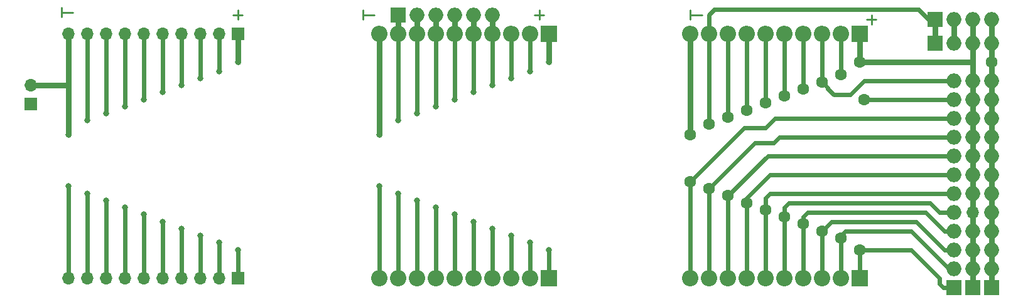
<source format=gbr>
G04 #@! TF.GenerationSoftware,KiCad,Pcbnew,(5.1.8)-1*
G04 #@! TF.CreationDate,2020-11-11T23:30:57+03:00*
G04 #@! TF.ProjectId,h3xSv2,68337853-7632-42e6-9b69-6361645f7063,rev?*
G04 #@! TF.SameCoordinates,Original*
G04 #@! TF.FileFunction,Copper,L2,Bot*
G04 #@! TF.FilePolarity,Positive*
%FSLAX46Y46*%
G04 Gerber Fmt 4.6, Leading zero omitted, Abs format (unit mm)*
G04 Created by KiCad (PCBNEW (5.1.8)-1) date 2020-11-11 23:30:57*
%MOMM*%
%LPD*%
G01*
G04 APERTURE LIST*
G04 #@! TA.AperFunction,ComponentPad*
%ADD10R,2.200000X2.200000*%
G04 #@! TD*
G04 #@! TA.AperFunction,ComponentPad*
%ADD11O,2.200000X2.200000*%
G04 #@! TD*
G04 #@! TA.AperFunction,ComponentPad*
%ADD12O,2.000000X2.000000*%
G04 #@! TD*
G04 #@! TA.AperFunction,ComponentPad*
%ADD13R,2.000000X2.000000*%
G04 #@! TD*
G04 #@! TA.AperFunction,ComponentPad*
%ADD14O,1.700000X1.700000*%
G04 #@! TD*
G04 #@! TA.AperFunction,ComponentPad*
%ADD15R,1.700000X1.700000*%
G04 #@! TD*
G04 #@! TA.AperFunction,ViaPad*
%ADD16C,1.600000*%
G04 #@! TD*
G04 #@! TA.AperFunction,ViaPad*
%ADD17C,0.800000*%
G04 #@! TD*
G04 #@! TA.AperFunction,Conductor*
%ADD18C,0.250000*%
G04 #@! TD*
G04 #@! TA.AperFunction,Conductor*
%ADD19C,0.800000*%
G04 #@! TD*
G04 #@! TA.AperFunction,Conductor*
%ADD20C,0.600000*%
G04 #@! TD*
G04 APERTURE END LIST*
D10*
X110490000Y-27940000D03*
D11*
X107950000Y-27940000D03*
X105410000Y-27940000D03*
X102870000Y-27940000D03*
X100330000Y-27940000D03*
X97790000Y-27940000D03*
X95250000Y-27940000D03*
X92710000Y-27940000D03*
X90170000Y-27940000D03*
X87630000Y-27940000D03*
X87630000Y-60960000D03*
X90170000Y-60960000D03*
X92710000Y-60960000D03*
X95250000Y-60960000D03*
X97790000Y-60960000D03*
X100330000Y-60960000D03*
X102870000Y-60960000D03*
X105410000Y-60960000D03*
X107950000Y-60960000D03*
D10*
X110490000Y-60960000D03*
X152400000Y-27940000D03*
D11*
X149860000Y-27940000D03*
X147320000Y-27940000D03*
X144780000Y-27940000D03*
X142240000Y-27940000D03*
X139700000Y-27940000D03*
X137160000Y-27940000D03*
X134620000Y-27940000D03*
X132080000Y-27940000D03*
X129540000Y-27940000D03*
X129540000Y-60960000D03*
X132080000Y-60960000D03*
X134620000Y-60960000D03*
X137160000Y-60960000D03*
X139700000Y-60960000D03*
X142240000Y-60960000D03*
X144780000Y-60960000D03*
X147320000Y-60960000D03*
X149860000Y-60960000D03*
D10*
X152400000Y-60960000D03*
D12*
X170180000Y-29210000D03*
X167640000Y-29210000D03*
X165100000Y-29210000D03*
D13*
X162560000Y-29210000D03*
X162560000Y-26035000D03*
D12*
X165100000Y-26035000D03*
X167640000Y-26035000D03*
X170180000Y-26035000D03*
D13*
X165100000Y-62230000D03*
D12*
X165100000Y-59690000D03*
X165100000Y-57150000D03*
X165100000Y-54610000D03*
X165100000Y-52070000D03*
X165100000Y-49530000D03*
X165100000Y-46990000D03*
X165100000Y-44450000D03*
X165100000Y-41910000D03*
X165100000Y-39370000D03*
X165100000Y-36830000D03*
X165100000Y-34290000D03*
D13*
X167640000Y-62230000D03*
D12*
X167640000Y-59690000D03*
X167640000Y-57150000D03*
X167640000Y-54610000D03*
D14*
X167640000Y-52070000D03*
D12*
X167640000Y-49530000D03*
X167640000Y-46990000D03*
X167640000Y-44450000D03*
X167640000Y-41910000D03*
X167640000Y-39370000D03*
X167640000Y-36830000D03*
X167640000Y-34290000D03*
X170180000Y-34290000D03*
X170180000Y-36830000D03*
X170180000Y-39370000D03*
X170180000Y-41910000D03*
X170180000Y-44450000D03*
X170180000Y-46990000D03*
X170180000Y-49530000D03*
X170180000Y-52070000D03*
X170180000Y-54610000D03*
X170180000Y-57150000D03*
X170180000Y-59690000D03*
D13*
X170180000Y-62230000D03*
D15*
X40640000Y-37465000D03*
D14*
X40640000Y-34925000D03*
D13*
X90170000Y-25400000D03*
D12*
X92710000Y-25400000D03*
X95250000Y-25400000D03*
X97790000Y-25400000D03*
X100330000Y-25400000D03*
X102870000Y-25400000D03*
D14*
X45720000Y-27940000D03*
X48260000Y-27940000D03*
X50800000Y-27940000D03*
X53340000Y-27940000D03*
X55880000Y-27940000D03*
X58420000Y-27940000D03*
X60960000Y-27940000D03*
X63500000Y-27940000D03*
X66040000Y-27940000D03*
D15*
X68580000Y-27940000D03*
X68580000Y-60960000D03*
D14*
X66040000Y-60960000D03*
X63500000Y-60960000D03*
X60960000Y-60960000D03*
X58420000Y-60960000D03*
X55880000Y-60960000D03*
X53340000Y-60960000D03*
X50800000Y-60960000D03*
X48260000Y-60960000D03*
X45720000Y-60960000D03*
D16*
X152400000Y-31750000D03*
D17*
X68580000Y-31750000D03*
X110490000Y-31750000D03*
D16*
X149860000Y-33496250D03*
X153035000Y-36830000D03*
D17*
X66040000Y-33020000D03*
X107950000Y-33020000D03*
D16*
X147320000Y-34448750D03*
D17*
X63500000Y-33972500D03*
X105410000Y-33972500D03*
D16*
X144780000Y-35401250D03*
D17*
X60960000Y-34925000D03*
X102870000Y-34925000D03*
D16*
X142240000Y-36353750D03*
D17*
X58420000Y-35877500D03*
X100330000Y-35877500D03*
D16*
X139700000Y-37306250D03*
D17*
X55880000Y-36830000D03*
X97790000Y-36830000D03*
D16*
X137160000Y-38258750D03*
D17*
X53340000Y-37782500D03*
X95250000Y-37782500D03*
D16*
X134620000Y-39211250D03*
D17*
X50800000Y-38735000D03*
X92710000Y-38735000D03*
D16*
X132080000Y-40163750D03*
D17*
X48260000Y-39687500D03*
X90170000Y-39687500D03*
D16*
X129540000Y-41592500D03*
X170180000Y-31750000D03*
D17*
X45720000Y-41592500D03*
X87630000Y-41592500D03*
D16*
X129540000Y-47942500D03*
D17*
X87630000Y-48577500D03*
X45720000Y-48577500D03*
D16*
X132080000Y-48895000D03*
D17*
X90170000Y-49530000D03*
X48260000Y-49530000D03*
D16*
X134620000Y-49847500D03*
D17*
X92710000Y-50482500D03*
X50800000Y-50482500D03*
D16*
X137160000Y-50800000D03*
D17*
X95250000Y-51435000D03*
X53340000Y-51435000D03*
D16*
X139700000Y-51752500D03*
D17*
X97790000Y-52387500D03*
X55880000Y-52387500D03*
D16*
X142240000Y-52705000D03*
D17*
X100330000Y-53340000D03*
X58420000Y-53340000D03*
D16*
X144780000Y-53657500D03*
D17*
X102870000Y-54292500D03*
X60960000Y-54292500D03*
D16*
X147320000Y-54610000D03*
D17*
X105410000Y-55245000D03*
X63500000Y-55245000D03*
D16*
X149860000Y-55562500D03*
D17*
X107950000Y-56197500D03*
X66040000Y-56197500D03*
D16*
X152400000Y-57150000D03*
D17*
X110490000Y-57150000D03*
X68580000Y-57150000D03*
D18*
X86995000Y-25400000D02*
X85407500Y-25400000D01*
X85407500Y-24765000D02*
X85407500Y-26035000D01*
X109220000Y-26035000D02*
X109220000Y-24765000D01*
X109855000Y-25400000D02*
X108585000Y-25400000D01*
X44767500Y-24447500D02*
X44767500Y-25717500D01*
X46355000Y-25082500D02*
X44767500Y-25082500D01*
X68580000Y-26035000D02*
X68580000Y-24765000D01*
X69215000Y-25400000D02*
X67945000Y-25400000D01*
X153987500Y-26670000D02*
X153987500Y-25400000D01*
X154622500Y-26035000D02*
X153352500Y-26035000D01*
X129540000Y-24765000D02*
X129540000Y-26035000D01*
X131127500Y-25400000D02*
X129540000Y-25400000D01*
D19*
X110490000Y-31750000D02*
X110490000Y-31750000D01*
X152400000Y-27940000D02*
X152400000Y-31750000D01*
D20*
X167322500Y-31750000D02*
X167640000Y-32067500D01*
D19*
X152400000Y-31750000D02*
X167322500Y-31750000D01*
X167640000Y-26035000D02*
X167640000Y-32067500D01*
X167640000Y-32067500D02*
X167640000Y-62230000D01*
X68580000Y-31750000D02*
X68580000Y-27940000D01*
X110490000Y-31750000D02*
X110490000Y-27940000D01*
D20*
X149860000Y-33496250D02*
X149860000Y-27940000D01*
X153035000Y-36830000D02*
X165100000Y-36830000D01*
X66040000Y-33020000D02*
X66040000Y-27940000D01*
X107950000Y-27940000D02*
X107950000Y-33020000D01*
X147320000Y-27940000D02*
X147320000Y-34448750D01*
X148119999Y-35248749D02*
X147320000Y-34448750D01*
X153035000Y-34290000D02*
X151130000Y-36195000D01*
X165100000Y-34290000D02*
X153035000Y-34290000D01*
X148119999Y-35407499D02*
X148907500Y-36195000D01*
X148119999Y-35248749D02*
X148119999Y-35407499D01*
X151130000Y-36195000D02*
X148907500Y-36195000D01*
X63500000Y-33972500D02*
X63500000Y-27940000D01*
X105410000Y-27940000D02*
X105410000Y-33972500D01*
D19*
X102870000Y-27940000D02*
X102870000Y-25400000D01*
D20*
X144780000Y-27940000D02*
X144780000Y-35401250D01*
X60960000Y-34925000D02*
X60960000Y-27940000D01*
X102870000Y-27940000D02*
X102870000Y-34925000D01*
D19*
X100330000Y-27940000D02*
X100330000Y-25400000D01*
D20*
X142240000Y-27940000D02*
X142240000Y-36353750D01*
X58420000Y-35877500D02*
X58420000Y-27940000D01*
X100330000Y-27940000D02*
X100330000Y-35877500D01*
D19*
X97790000Y-27940000D02*
X97790000Y-25400000D01*
D20*
X139700000Y-37306250D02*
X139700000Y-27940000D01*
X55880000Y-36830000D02*
X55880000Y-27940000D01*
X97790000Y-27940000D02*
X97790000Y-36830000D01*
D19*
X95250000Y-27940000D02*
X95250000Y-25400000D01*
D20*
X137160000Y-38258750D02*
X137160000Y-27940000D01*
X53340000Y-37782500D02*
X53340000Y-27940000D01*
X95250000Y-27940000D02*
X95250000Y-37782500D01*
D19*
X92710000Y-27940000D02*
X92710000Y-25400000D01*
D20*
X134620000Y-38079880D02*
X134620000Y-27940000D01*
X134620000Y-39211250D02*
X134620000Y-38079880D01*
D19*
X165100000Y-26035000D02*
X165100000Y-29210000D01*
D20*
X50800000Y-38735000D02*
X50800000Y-27940000D01*
X92710000Y-27940000D02*
X92710000Y-38735000D01*
D19*
X90170000Y-27940000D02*
X90170000Y-25400000D01*
D20*
X132080000Y-27940000D02*
X132080000Y-40163750D01*
D19*
X162560000Y-26035000D02*
X162560000Y-29210000D01*
D20*
X132080000Y-25400000D02*
X132080000Y-27940000D01*
X132774990Y-24705010D02*
X132080000Y-25400000D01*
X160377510Y-24705010D02*
X132774990Y-24705010D01*
X162560000Y-26035000D02*
X161607500Y-26035000D01*
X161607500Y-26035000D02*
X160377510Y-24705010D01*
X48260000Y-27940000D02*
X48260000Y-39687500D01*
X90170000Y-27940000D02*
X90170000Y-39687500D01*
D19*
X170180000Y-26035000D02*
X170180000Y-62230000D01*
X129540000Y-27940000D02*
X129540000Y-29142081D01*
X129540000Y-29142081D02*
X129540000Y-41592500D01*
X87630000Y-27940000D02*
X87630000Y-41592500D01*
X45720000Y-34925000D02*
X40640000Y-34925000D01*
X45720000Y-27940000D02*
X45720000Y-34925000D01*
X45720000Y-34925000D02*
X45720000Y-41592500D01*
D20*
X129540000Y-60960000D02*
X129540000Y-47942500D01*
X136842500Y-40640000D02*
X129540000Y-47942500D01*
X139700000Y-40640000D02*
X136842500Y-40640000D01*
X165100000Y-39370000D02*
X140970000Y-39370000D01*
X140970000Y-39370000D02*
X139700000Y-40640000D01*
X45720000Y-48577500D02*
X45720000Y-60960000D01*
X87630000Y-48577500D02*
X87630000Y-60960000D01*
X132080000Y-60960000D02*
X132080000Y-48895000D01*
X165100000Y-41910000D02*
X141605000Y-41910000D01*
X132879999Y-48095001D02*
X132080000Y-48895000D01*
X138264992Y-42710008D02*
X132879999Y-48095001D01*
X140804992Y-42710008D02*
X138264992Y-42710008D01*
X141605000Y-41910000D02*
X140804992Y-42710008D01*
X48260000Y-49530000D02*
X48260000Y-60960000D01*
X90170000Y-49530000D02*
X90170000Y-60960000D01*
X134620000Y-60960000D02*
X134620000Y-49847500D01*
X140017500Y-44450000D02*
X134620000Y-49847500D01*
X165100000Y-44450000D02*
X140017500Y-44450000D01*
X50800000Y-50482500D02*
X50800000Y-60960000D01*
X92710000Y-50482500D02*
X92710000Y-60960000D01*
X137160000Y-60960000D02*
X137160000Y-50800000D01*
X137160000Y-50165000D02*
X137160000Y-50800000D01*
X165100000Y-46990000D02*
X140335000Y-46990000D01*
X140335000Y-46990000D02*
X137160000Y-50165000D01*
X53340000Y-51435000D02*
X53340000Y-60960000D01*
X95250000Y-51435000D02*
X95250000Y-60960000D01*
X139700000Y-60960000D02*
X139700000Y-51752500D01*
X139700000Y-50165000D02*
X139700000Y-51752500D01*
X165100000Y-49530000D02*
X140335000Y-49530000D01*
X140335000Y-49530000D02*
X139700000Y-50165000D01*
X55880000Y-52387500D02*
X55880000Y-60960000D01*
X97790000Y-52387500D02*
X97790000Y-60960000D01*
X163195000Y-52070000D02*
X165100000Y-52070000D01*
X161925000Y-50800000D02*
X163195000Y-52070000D01*
X142875000Y-50800000D02*
X161925000Y-50800000D01*
X142240000Y-51435000D02*
X142875000Y-50800000D01*
X142240000Y-52705000D02*
X142240000Y-51435000D01*
X142240000Y-52705000D02*
X142240000Y-60960000D01*
X58420000Y-53340000D02*
X58420000Y-60960000D01*
X100330000Y-53340000D02*
X100330000Y-60960000D01*
X144780000Y-60960000D02*
X144780000Y-53657500D01*
X163830000Y-54610000D02*
X165100000Y-54610000D01*
X161290000Y-52070000D02*
X163830000Y-54610000D01*
X145415000Y-52070000D02*
X161290000Y-52070000D01*
X144780000Y-52705000D02*
X145415000Y-52070000D01*
X144780000Y-53657500D02*
X144780000Y-52705000D01*
X60960000Y-54292500D02*
X60960000Y-60960000D01*
X102870000Y-54292500D02*
X102870000Y-60960000D01*
X147320000Y-60960000D02*
X147320000Y-54610000D01*
X163830000Y-57150000D02*
X165100000Y-57150000D01*
X160020000Y-53340000D02*
X163830000Y-57150000D01*
X148590000Y-53340000D02*
X160020000Y-53340000D01*
X147320000Y-54610000D02*
X148590000Y-53340000D01*
X63500000Y-55245000D02*
X63500000Y-60960000D01*
X105410000Y-55245000D02*
X105410000Y-60960000D01*
X149860000Y-60960000D02*
X149860000Y-55562500D01*
X164465000Y-59690000D02*
X165100000Y-59690000D01*
X159385000Y-54610000D02*
X164465000Y-59690000D01*
X150495000Y-54610000D02*
X159385000Y-54610000D01*
X149860000Y-55245000D02*
X150495000Y-54610000D01*
X149860000Y-55562500D02*
X149860000Y-55245000D01*
X66040000Y-56197500D02*
X66040000Y-60960000D01*
X107950000Y-56197500D02*
X107950000Y-60960000D01*
X152400000Y-60960000D02*
X152400000Y-57150000D01*
X163650000Y-62230000D02*
X165100000Y-62230000D01*
X163195000Y-61775000D02*
X163650000Y-62230000D01*
X163195000Y-60960000D02*
X163195000Y-61775000D01*
X159385000Y-57150000D02*
X163195000Y-60960000D01*
X152400000Y-57150000D02*
X159385000Y-57150000D01*
X110490000Y-60960000D02*
X110490000Y-57150000D01*
X68580000Y-57150000D02*
X68580000Y-60960000D01*
M02*

</source>
